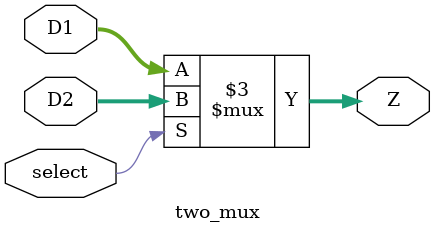
<source format=sv>
module two_mux(input logic [15:0] D1,D2,
					input logic select,
					output logic [15:0] Z);

				always_comb
					begin
						if(select)
							Z = D2;
						else
							Z = D1;
					end

		endmodule

</source>
